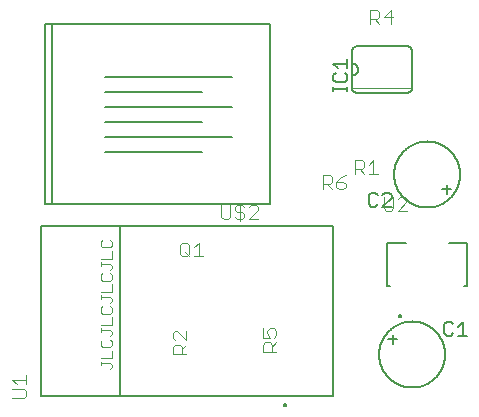
<source format=gto>
G75*
%MOIN*%
%OFA0B0*%
%FSLAX25Y25*%
%IPPOS*%
%LPD*%
%AMOC8*
5,1,8,0,0,1.08239X$1,22.5*
%
%ADD10C,0.00300*%
%ADD11C,0.00600*%
%ADD12C,0.00500*%
%ADD13C,0.00200*%
%ADD14C,0.00400*%
%ADD15C,0.00787*%
D10*
X0032357Y0014904D02*
X0032357Y0016138D01*
X0032357Y0015521D02*
X0035443Y0015521D01*
X0036060Y0014904D01*
X0036060Y0014287D01*
X0035443Y0013670D01*
X0036060Y0017353D02*
X0032357Y0017353D01*
X0036060Y0017353D02*
X0036060Y0019822D01*
X0035443Y0021036D02*
X0032974Y0021036D01*
X0032357Y0021653D01*
X0032357Y0022888D01*
X0032974Y0023505D01*
X0035443Y0023505D02*
X0036060Y0022888D01*
X0036060Y0021653D01*
X0035443Y0021036D01*
X0035443Y0024719D02*
X0036060Y0025336D01*
X0036060Y0025954D01*
X0035443Y0026571D01*
X0032357Y0026571D01*
X0032357Y0025954D02*
X0032357Y0027188D01*
X0032357Y0028402D02*
X0036060Y0028402D01*
X0036060Y0030871D01*
X0035443Y0032085D02*
X0032974Y0032085D01*
X0032357Y0032703D01*
X0032357Y0033937D01*
X0032974Y0034554D01*
X0035443Y0034554D02*
X0036060Y0033937D01*
X0036060Y0032703D01*
X0035443Y0032085D01*
X0035443Y0035769D02*
X0036060Y0036386D01*
X0036060Y0037003D01*
X0035443Y0037620D01*
X0032357Y0037620D01*
X0032357Y0037003D02*
X0032357Y0038237D01*
X0032357Y0039452D02*
X0036060Y0039452D01*
X0036060Y0041920D01*
X0035443Y0043135D02*
X0032974Y0043135D01*
X0032357Y0043752D01*
X0032357Y0044986D01*
X0032974Y0045604D01*
X0035443Y0045604D02*
X0036060Y0044986D01*
X0036060Y0043752D01*
X0035443Y0043135D01*
X0035443Y0046818D02*
X0036060Y0047435D01*
X0036060Y0048052D01*
X0035443Y0048670D01*
X0032357Y0048670D01*
X0032357Y0049287D02*
X0032357Y0048052D01*
X0032357Y0050501D02*
X0036060Y0050501D01*
X0036060Y0052970D01*
X0035443Y0054184D02*
X0036060Y0054801D01*
X0036060Y0056036D01*
X0035443Y0056653D01*
X0032974Y0056653D02*
X0032357Y0056036D01*
X0032357Y0054801D01*
X0032974Y0054184D01*
X0035443Y0054184D01*
D11*
X0116210Y0107320D02*
X0116210Y0111520D01*
X0116210Y0115520D01*
X0116210Y0119720D01*
X0116212Y0119796D01*
X0116218Y0119872D01*
X0116227Y0119947D01*
X0116241Y0120022D01*
X0116258Y0120096D01*
X0116279Y0120169D01*
X0116303Y0120241D01*
X0116332Y0120312D01*
X0116363Y0120381D01*
X0116398Y0120448D01*
X0116437Y0120513D01*
X0116479Y0120577D01*
X0116524Y0120638D01*
X0116572Y0120697D01*
X0116623Y0120753D01*
X0116677Y0120807D01*
X0116733Y0120858D01*
X0116792Y0120906D01*
X0116853Y0120951D01*
X0116917Y0120993D01*
X0116982Y0121032D01*
X0117049Y0121067D01*
X0117118Y0121098D01*
X0117189Y0121127D01*
X0117261Y0121151D01*
X0117334Y0121172D01*
X0117408Y0121189D01*
X0117483Y0121203D01*
X0117558Y0121212D01*
X0117634Y0121218D01*
X0117710Y0121220D01*
X0134710Y0121220D01*
X0134786Y0121218D01*
X0134862Y0121212D01*
X0134937Y0121203D01*
X0135012Y0121189D01*
X0135086Y0121172D01*
X0135159Y0121151D01*
X0135231Y0121127D01*
X0135302Y0121098D01*
X0135371Y0121067D01*
X0135438Y0121032D01*
X0135503Y0120993D01*
X0135567Y0120951D01*
X0135628Y0120906D01*
X0135687Y0120858D01*
X0135743Y0120807D01*
X0135797Y0120753D01*
X0135848Y0120697D01*
X0135896Y0120638D01*
X0135941Y0120577D01*
X0135983Y0120513D01*
X0136022Y0120448D01*
X0136057Y0120381D01*
X0136088Y0120312D01*
X0136117Y0120241D01*
X0136141Y0120169D01*
X0136162Y0120096D01*
X0136179Y0120022D01*
X0136193Y0119947D01*
X0136202Y0119872D01*
X0136208Y0119796D01*
X0136210Y0119720D01*
X0136210Y0107320D01*
X0136208Y0107244D01*
X0136202Y0107168D01*
X0136193Y0107093D01*
X0136179Y0107018D01*
X0136162Y0106944D01*
X0136141Y0106871D01*
X0136117Y0106799D01*
X0136088Y0106728D01*
X0136057Y0106659D01*
X0136022Y0106592D01*
X0135983Y0106527D01*
X0135941Y0106463D01*
X0135896Y0106402D01*
X0135848Y0106343D01*
X0135797Y0106287D01*
X0135743Y0106233D01*
X0135687Y0106182D01*
X0135628Y0106134D01*
X0135567Y0106089D01*
X0135503Y0106047D01*
X0135438Y0106008D01*
X0135371Y0105973D01*
X0135302Y0105942D01*
X0135231Y0105913D01*
X0135159Y0105889D01*
X0135086Y0105868D01*
X0135012Y0105851D01*
X0134937Y0105837D01*
X0134862Y0105828D01*
X0134786Y0105822D01*
X0134710Y0105820D01*
X0117710Y0105820D01*
X0117634Y0105822D01*
X0117558Y0105828D01*
X0117483Y0105837D01*
X0117408Y0105851D01*
X0117334Y0105868D01*
X0117261Y0105889D01*
X0117189Y0105913D01*
X0117118Y0105942D01*
X0117049Y0105973D01*
X0116982Y0106008D01*
X0116917Y0106047D01*
X0116853Y0106089D01*
X0116792Y0106134D01*
X0116733Y0106182D01*
X0116677Y0106233D01*
X0116623Y0106287D01*
X0116572Y0106343D01*
X0116524Y0106402D01*
X0116479Y0106463D01*
X0116437Y0106527D01*
X0116398Y0106592D01*
X0116363Y0106659D01*
X0116332Y0106728D01*
X0116303Y0106799D01*
X0116279Y0106871D01*
X0116258Y0106944D01*
X0116241Y0107018D01*
X0116227Y0107093D01*
X0116218Y0107168D01*
X0116212Y0107244D01*
X0116210Y0107320D01*
X0116210Y0111520D02*
X0116298Y0111522D01*
X0116387Y0111528D01*
X0116475Y0111538D01*
X0116562Y0111551D01*
X0116649Y0111569D01*
X0116735Y0111590D01*
X0116820Y0111615D01*
X0116903Y0111644D01*
X0116986Y0111677D01*
X0117066Y0111713D01*
X0117145Y0111752D01*
X0117223Y0111795D01*
X0117298Y0111842D01*
X0117371Y0111892D01*
X0117442Y0111945D01*
X0117511Y0112001D01*
X0117577Y0112060D01*
X0117640Y0112122D01*
X0117700Y0112186D01*
X0117758Y0112253D01*
X0117812Y0112323D01*
X0117864Y0112395D01*
X0117912Y0112469D01*
X0117957Y0112546D01*
X0117998Y0112624D01*
X0118036Y0112704D01*
X0118070Y0112785D01*
X0118101Y0112868D01*
X0118128Y0112953D01*
X0118151Y0113038D01*
X0118170Y0113124D01*
X0118186Y0113212D01*
X0118198Y0113299D01*
X0118206Y0113387D01*
X0118210Y0113476D01*
X0118210Y0113564D01*
X0118206Y0113653D01*
X0118198Y0113741D01*
X0118186Y0113828D01*
X0118170Y0113916D01*
X0118151Y0114002D01*
X0118128Y0114087D01*
X0118101Y0114172D01*
X0118070Y0114255D01*
X0118036Y0114336D01*
X0117998Y0114416D01*
X0117957Y0114494D01*
X0117912Y0114571D01*
X0117864Y0114645D01*
X0117812Y0114717D01*
X0117758Y0114787D01*
X0117700Y0114854D01*
X0117640Y0114918D01*
X0117577Y0114980D01*
X0117511Y0115039D01*
X0117442Y0115095D01*
X0117371Y0115148D01*
X0117298Y0115198D01*
X0117223Y0115245D01*
X0117145Y0115288D01*
X0117066Y0115327D01*
X0116986Y0115363D01*
X0116903Y0115396D01*
X0116820Y0115425D01*
X0116735Y0115450D01*
X0116649Y0115471D01*
X0116562Y0115489D01*
X0116475Y0115502D01*
X0116387Y0115512D01*
X0116298Y0115518D01*
X0116210Y0115520D01*
X0130210Y0078520D02*
X0130213Y0078790D01*
X0130223Y0079060D01*
X0130240Y0079329D01*
X0130263Y0079598D01*
X0130293Y0079867D01*
X0130329Y0080134D01*
X0130372Y0080401D01*
X0130421Y0080666D01*
X0130477Y0080930D01*
X0130540Y0081193D01*
X0130608Y0081454D01*
X0130684Y0081713D01*
X0130765Y0081970D01*
X0130853Y0082226D01*
X0130947Y0082479D01*
X0131047Y0082730D01*
X0131154Y0082978D01*
X0131266Y0083223D01*
X0131385Y0083466D01*
X0131509Y0083705D01*
X0131639Y0083942D01*
X0131775Y0084175D01*
X0131917Y0084405D01*
X0132064Y0084631D01*
X0132217Y0084854D01*
X0132375Y0085073D01*
X0132538Y0085288D01*
X0132707Y0085498D01*
X0132881Y0085705D01*
X0133060Y0085907D01*
X0133243Y0086105D01*
X0133432Y0086298D01*
X0133625Y0086487D01*
X0133823Y0086670D01*
X0134025Y0086849D01*
X0134232Y0087023D01*
X0134442Y0087192D01*
X0134657Y0087355D01*
X0134876Y0087513D01*
X0135099Y0087666D01*
X0135325Y0087813D01*
X0135555Y0087955D01*
X0135788Y0088091D01*
X0136025Y0088221D01*
X0136264Y0088345D01*
X0136507Y0088464D01*
X0136752Y0088576D01*
X0137000Y0088683D01*
X0137251Y0088783D01*
X0137504Y0088877D01*
X0137760Y0088965D01*
X0138017Y0089046D01*
X0138276Y0089122D01*
X0138537Y0089190D01*
X0138800Y0089253D01*
X0139064Y0089309D01*
X0139329Y0089358D01*
X0139596Y0089401D01*
X0139863Y0089437D01*
X0140132Y0089467D01*
X0140401Y0089490D01*
X0140670Y0089507D01*
X0140940Y0089517D01*
X0141210Y0089520D01*
X0141480Y0089517D01*
X0141750Y0089507D01*
X0142019Y0089490D01*
X0142288Y0089467D01*
X0142557Y0089437D01*
X0142824Y0089401D01*
X0143091Y0089358D01*
X0143356Y0089309D01*
X0143620Y0089253D01*
X0143883Y0089190D01*
X0144144Y0089122D01*
X0144403Y0089046D01*
X0144660Y0088965D01*
X0144916Y0088877D01*
X0145169Y0088783D01*
X0145420Y0088683D01*
X0145668Y0088576D01*
X0145913Y0088464D01*
X0146156Y0088345D01*
X0146395Y0088221D01*
X0146632Y0088091D01*
X0146865Y0087955D01*
X0147095Y0087813D01*
X0147321Y0087666D01*
X0147544Y0087513D01*
X0147763Y0087355D01*
X0147978Y0087192D01*
X0148188Y0087023D01*
X0148395Y0086849D01*
X0148597Y0086670D01*
X0148795Y0086487D01*
X0148988Y0086298D01*
X0149177Y0086105D01*
X0149360Y0085907D01*
X0149539Y0085705D01*
X0149713Y0085498D01*
X0149882Y0085288D01*
X0150045Y0085073D01*
X0150203Y0084854D01*
X0150356Y0084631D01*
X0150503Y0084405D01*
X0150645Y0084175D01*
X0150781Y0083942D01*
X0150911Y0083705D01*
X0151035Y0083466D01*
X0151154Y0083223D01*
X0151266Y0082978D01*
X0151373Y0082730D01*
X0151473Y0082479D01*
X0151567Y0082226D01*
X0151655Y0081970D01*
X0151736Y0081713D01*
X0151812Y0081454D01*
X0151880Y0081193D01*
X0151943Y0080930D01*
X0151999Y0080666D01*
X0152048Y0080401D01*
X0152091Y0080134D01*
X0152127Y0079867D01*
X0152157Y0079598D01*
X0152180Y0079329D01*
X0152197Y0079060D01*
X0152207Y0078790D01*
X0152210Y0078520D01*
X0152207Y0078250D01*
X0152197Y0077980D01*
X0152180Y0077711D01*
X0152157Y0077442D01*
X0152127Y0077173D01*
X0152091Y0076906D01*
X0152048Y0076639D01*
X0151999Y0076374D01*
X0151943Y0076110D01*
X0151880Y0075847D01*
X0151812Y0075586D01*
X0151736Y0075327D01*
X0151655Y0075070D01*
X0151567Y0074814D01*
X0151473Y0074561D01*
X0151373Y0074310D01*
X0151266Y0074062D01*
X0151154Y0073817D01*
X0151035Y0073574D01*
X0150911Y0073335D01*
X0150781Y0073098D01*
X0150645Y0072865D01*
X0150503Y0072635D01*
X0150356Y0072409D01*
X0150203Y0072186D01*
X0150045Y0071967D01*
X0149882Y0071752D01*
X0149713Y0071542D01*
X0149539Y0071335D01*
X0149360Y0071133D01*
X0149177Y0070935D01*
X0148988Y0070742D01*
X0148795Y0070553D01*
X0148597Y0070370D01*
X0148395Y0070191D01*
X0148188Y0070017D01*
X0147978Y0069848D01*
X0147763Y0069685D01*
X0147544Y0069527D01*
X0147321Y0069374D01*
X0147095Y0069227D01*
X0146865Y0069085D01*
X0146632Y0068949D01*
X0146395Y0068819D01*
X0146156Y0068695D01*
X0145913Y0068576D01*
X0145668Y0068464D01*
X0145420Y0068357D01*
X0145169Y0068257D01*
X0144916Y0068163D01*
X0144660Y0068075D01*
X0144403Y0067994D01*
X0144144Y0067918D01*
X0143883Y0067850D01*
X0143620Y0067787D01*
X0143356Y0067731D01*
X0143091Y0067682D01*
X0142824Y0067639D01*
X0142557Y0067603D01*
X0142288Y0067573D01*
X0142019Y0067550D01*
X0141750Y0067533D01*
X0141480Y0067523D01*
X0141210Y0067520D01*
X0140940Y0067523D01*
X0140670Y0067533D01*
X0140401Y0067550D01*
X0140132Y0067573D01*
X0139863Y0067603D01*
X0139596Y0067639D01*
X0139329Y0067682D01*
X0139064Y0067731D01*
X0138800Y0067787D01*
X0138537Y0067850D01*
X0138276Y0067918D01*
X0138017Y0067994D01*
X0137760Y0068075D01*
X0137504Y0068163D01*
X0137251Y0068257D01*
X0137000Y0068357D01*
X0136752Y0068464D01*
X0136507Y0068576D01*
X0136264Y0068695D01*
X0136025Y0068819D01*
X0135788Y0068949D01*
X0135555Y0069085D01*
X0135325Y0069227D01*
X0135099Y0069374D01*
X0134876Y0069527D01*
X0134657Y0069685D01*
X0134442Y0069848D01*
X0134232Y0070017D01*
X0134025Y0070191D01*
X0133823Y0070370D01*
X0133625Y0070553D01*
X0133432Y0070742D01*
X0133243Y0070935D01*
X0133060Y0071133D01*
X0132881Y0071335D01*
X0132707Y0071542D01*
X0132538Y0071752D01*
X0132375Y0071967D01*
X0132217Y0072186D01*
X0132064Y0072409D01*
X0131917Y0072635D01*
X0131775Y0072865D01*
X0131639Y0073098D01*
X0131509Y0073335D01*
X0131385Y0073574D01*
X0131266Y0073817D01*
X0131154Y0074062D01*
X0131047Y0074310D01*
X0130947Y0074561D01*
X0130853Y0074814D01*
X0130765Y0075070D01*
X0130684Y0075327D01*
X0130608Y0075586D01*
X0130540Y0075847D01*
X0130477Y0076110D01*
X0130421Y0076374D01*
X0130372Y0076639D01*
X0130329Y0076906D01*
X0130293Y0077173D01*
X0130263Y0077442D01*
X0130240Y0077711D01*
X0130223Y0077980D01*
X0130213Y0078250D01*
X0130210Y0078520D01*
X0146210Y0073520D02*
X0147710Y0073520D01*
X0147710Y0072020D01*
X0147710Y0073520D02*
X0147710Y0075020D01*
X0147710Y0073520D02*
X0149210Y0073520D01*
X0129710Y0025020D02*
X0129710Y0023520D01*
X0131210Y0023520D01*
X0129710Y0023520D02*
X0129710Y0022020D01*
X0129710Y0023520D02*
X0128210Y0023520D01*
X0125210Y0018520D02*
X0125213Y0018790D01*
X0125223Y0019060D01*
X0125240Y0019329D01*
X0125263Y0019598D01*
X0125293Y0019867D01*
X0125329Y0020134D01*
X0125372Y0020401D01*
X0125421Y0020666D01*
X0125477Y0020930D01*
X0125540Y0021193D01*
X0125608Y0021454D01*
X0125684Y0021713D01*
X0125765Y0021970D01*
X0125853Y0022226D01*
X0125947Y0022479D01*
X0126047Y0022730D01*
X0126154Y0022978D01*
X0126266Y0023223D01*
X0126385Y0023466D01*
X0126509Y0023705D01*
X0126639Y0023942D01*
X0126775Y0024175D01*
X0126917Y0024405D01*
X0127064Y0024631D01*
X0127217Y0024854D01*
X0127375Y0025073D01*
X0127538Y0025288D01*
X0127707Y0025498D01*
X0127881Y0025705D01*
X0128060Y0025907D01*
X0128243Y0026105D01*
X0128432Y0026298D01*
X0128625Y0026487D01*
X0128823Y0026670D01*
X0129025Y0026849D01*
X0129232Y0027023D01*
X0129442Y0027192D01*
X0129657Y0027355D01*
X0129876Y0027513D01*
X0130099Y0027666D01*
X0130325Y0027813D01*
X0130555Y0027955D01*
X0130788Y0028091D01*
X0131025Y0028221D01*
X0131264Y0028345D01*
X0131507Y0028464D01*
X0131752Y0028576D01*
X0132000Y0028683D01*
X0132251Y0028783D01*
X0132504Y0028877D01*
X0132760Y0028965D01*
X0133017Y0029046D01*
X0133276Y0029122D01*
X0133537Y0029190D01*
X0133800Y0029253D01*
X0134064Y0029309D01*
X0134329Y0029358D01*
X0134596Y0029401D01*
X0134863Y0029437D01*
X0135132Y0029467D01*
X0135401Y0029490D01*
X0135670Y0029507D01*
X0135940Y0029517D01*
X0136210Y0029520D01*
X0136480Y0029517D01*
X0136750Y0029507D01*
X0137019Y0029490D01*
X0137288Y0029467D01*
X0137557Y0029437D01*
X0137824Y0029401D01*
X0138091Y0029358D01*
X0138356Y0029309D01*
X0138620Y0029253D01*
X0138883Y0029190D01*
X0139144Y0029122D01*
X0139403Y0029046D01*
X0139660Y0028965D01*
X0139916Y0028877D01*
X0140169Y0028783D01*
X0140420Y0028683D01*
X0140668Y0028576D01*
X0140913Y0028464D01*
X0141156Y0028345D01*
X0141395Y0028221D01*
X0141632Y0028091D01*
X0141865Y0027955D01*
X0142095Y0027813D01*
X0142321Y0027666D01*
X0142544Y0027513D01*
X0142763Y0027355D01*
X0142978Y0027192D01*
X0143188Y0027023D01*
X0143395Y0026849D01*
X0143597Y0026670D01*
X0143795Y0026487D01*
X0143988Y0026298D01*
X0144177Y0026105D01*
X0144360Y0025907D01*
X0144539Y0025705D01*
X0144713Y0025498D01*
X0144882Y0025288D01*
X0145045Y0025073D01*
X0145203Y0024854D01*
X0145356Y0024631D01*
X0145503Y0024405D01*
X0145645Y0024175D01*
X0145781Y0023942D01*
X0145911Y0023705D01*
X0146035Y0023466D01*
X0146154Y0023223D01*
X0146266Y0022978D01*
X0146373Y0022730D01*
X0146473Y0022479D01*
X0146567Y0022226D01*
X0146655Y0021970D01*
X0146736Y0021713D01*
X0146812Y0021454D01*
X0146880Y0021193D01*
X0146943Y0020930D01*
X0146999Y0020666D01*
X0147048Y0020401D01*
X0147091Y0020134D01*
X0147127Y0019867D01*
X0147157Y0019598D01*
X0147180Y0019329D01*
X0147197Y0019060D01*
X0147207Y0018790D01*
X0147210Y0018520D01*
X0147207Y0018250D01*
X0147197Y0017980D01*
X0147180Y0017711D01*
X0147157Y0017442D01*
X0147127Y0017173D01*
X0147091Y0016906D01*
X0147048Y0016639D01*
X0146999Y0016374D01*
X0146943Y0016110D01*
X0146880Y0015847D01*
X0146812Y0015586D01*
X0146736Y0015327D01*
X0146655Y0015070D01*
X0146567Y0014814D01*
X0146473Y0014561D01*
X0146373Y0014310D01*
X0146266Y0014062D01*
X0146154Y0013817D01*
X0146035Y0013574D01*
X0145911Y0013335D01*
X0145781Y0013098D01*
X0145645Y0012865D01*
X0145503Y0012635D01*
X0145356Y0012409D01*
X0145203Y0012186D01*
X0145045Y0011967D01*
X0144882Y0011752D01*
X0144713Y0011542D01*
X0144539Y0011335D01*
X0144360Y0011133D01*
X0144177Y0010935D01*
X0143988Y0010742D01*
X0143795Y0010553D01*
X0143597Y0010370D01*
X0143395Y0010191D01*
X0143188Y0010017D01*
X0142978Y0009848D01*
X0142763Y0009685D01*
X0142544Y0009527D01*
X0142321Y0009374D01*
X0142095Y0009227D01*
X0141865Y0009085D01*
X0141632Y0008949D01*
X0141395Y0008819D01*
X0141156Y0008695D01*
X0140913Y0008576D01*
X0140668Y0008464D01*
X0140420Y0008357D01*
X0140169Y0008257D01*
X0139916Y0008163D01*
X0139660Y0008075D01*
X0139403Y0007994D01*
X0139144Y0007918D01*
X0138883Y0007850D01*
X0138620Y0007787D01*
X0138356Y0007731D01*
X0138091Y0007682D01*
X0137824Y0007639D01*
X0137557Y0007603D01*
X0137288Y0007573D01*
X0137019Y0007550D01*
X0136750Y0007533D01*
X0136480Y0007523D01*
X0136210Y0007520D01*
X0135940Y0007523D01*
X0135670Y0007533D01*
X0135401Y0007550D01*
X0135132Y0007573D01*
X0134863Y0007603D01*
X0134596Y0007639D01*
X0134329Y0007682D01*
X0134064Y0007731D01*
X0133800Y0007787D01*
X0133537Y0007850D01*
X0133276Y0007918D01*
X0133017Y0007994D01*
X0132760Y0008075D01*
X0132504Y0008163D01*
X0132251Y0008257D01*
X0132000Y0008357D01*
X0131752Y0008464D01*
X0131507Y0008576D01*
X0131264Y0008695D01*
X0131025Y0008819D01*
X0130788Y0008949D01*
X0130555Y0009085D01*
X0130325Y0009227D01*
X0130099Y0009374D01*
X0129876Y0009527D01*
X0129657Y0009685D01*
X0129442Y0009848D01*
X0129232Y0010017D01*
X0129025Y0010191D01*
X0128823Y0010370D01*
X0128625Y0010553D01*
X0128432Y0010742D01*
X0128243Y0010935D01*
X0128060Y0011133D01*
X0127881Y0011335D01*
X0127707Y0011542D01*
X0127538Y0011752D01*
X0127375Y0011967D01*
X0127217Y0012186D01*
X0127064Y0012409D01*
X0126917Y0012635D01*
X0126775Y0012865D01*
X0126639Y0013098D01*
X0126509Y0013335D01*
X0126385Y0013574D01*
X0126266Y0013817D01*
X0126154Y0014062D01*
X0126047Y0014310D01*
X0125947Y0014561D01*
X0125853Y0014814D01*
X0125765Y0015070D01*
X0125684Y0015327D01*
X0125608Y0015586D01*
X0125540Y0015847D01*
X0125477Y0016110D01*
X0125421Y0016374D01*
X0125372Y0016639D01*
X0125329Y0016906D01*
X0125293Y0017173D01*
X0125263Y0017442D01*
X0125240Y0017711D01*
X0125223Y0017980D01*
X0125213Y0018250D01*
X0125210Y0018520D01*
D12*
X0109832Y0004740D02*
X0109832Y0061433D01*
X0038966Y0061433D01*
X0038966Y0004740D01*
X0012588Y0004740D01*
X0012588Y0061433D01*
X0038966Y0061433D01*
X0016210Y0068520D02*
X0016210Y0128520D01*
X0088710Y0128520D01*
X0088710Y0068520D01*
X0016210Y0068520D01*
X0013710Y0068520D01*
X0013710Y0128520D01*
X0016210Y0128520D01*
X0033710Y0111020D02*
X0076210Y0111020D01*
X0066210Y0106020D02*
X0033710Y0106020D01*
X0033710Y0101020D02*
X0076210Y0101020D01*
X0076210Y0091020D02*
X0033710Y0091020D01*
X0033710Y0096020D02*
X0066210Y0096020D01*
X0066210Y0086020D02*
X0033710Y0086020D01*
X0109956Y0106270D02*
X0109956Y0107771D01*
X0109956Y0107020D02*
X0114460Y0107020D01*
X0114460Y0106270D02*
X0114460Y0107771D01*
X0113709Y0109339D02*
X0114460Y0110090D01*
X0114460Y0111591D01*
X0113709Y0112342D01*
X0114460Y0113943D02*
X0114460Y0116945D01*
X0114460Y0115444D02*
X0109956Y0115444D01*
X0111457Y0113943D01*
X0110707Y0112342D02*
X0109956Y0111591D01*
X0109956Y0110090D01*
X0110707Y0109339D01*
X0113709Y0109339D01*
X0122503Y0072274D02*
X0121752Y0071523D01*
X0121752Y0068520D01*
X0122503Y0067770D01*
X0124004Y0067770D01*
X0124755Y0068520D01*
X0126356Y0067770D02*
X0129359Y0070772D01*
X0129359Y0071523D01*
X0128608Y0072274D01*
X0127107Y0072274D01*
X0126356Y0071523D01*
X0124755Y0071523D02*
X0124004Y0072274D01*
X0122503Y0072274D01*
X0126356Y0067770D02*
X0129359Y0067770D01*
X0127982Y0055843D02*
X0134281Y0055843D01*
X0127982Y0055843D02*
X0127982Y0041197D01*
X0129005Y0041197D01*
X0146960Y0028523D02*
X0146960Y0025520D01*
X0147711Y0024770D01*
X0149212Y0024770D01*
X0149963Y0025520D01*
X0151564Y0024770D02*
X0154566Y0024770D01*
X0153065Y0024770D02*
X0153065Y0029274D01*
X0151564Y0027772D01*
X0149963Y0028523D02*
X0149212Y0029274D01*
X0147711Y0029274D01*
X0146960Y0028523D01*
X0153454Y0041197D02*
X0154438Y0041197D01*
X0154438Y0055843D01*
X0148572Y0055843D01*
X0109832Y0004740D02*
X0038966Y0004740D01*
D13*
X0116210Y0107220D02*
X0136210Y0107220D01*
D14*
X0006699Y0003956D02*
X0002863Y0003956D01*
X0002863Y0007025D02*
X0006699Y0007025D01*
X0007467Y0006258D01*
X0007467Y0004723D01*
X0006699Y0003956D01*
X0007467Y0008560D02*
X0007467Y0011629D01*
X0007467Y0010094D02*
X0002863Y0010094D01*
X0004397Y0008560D01*
X0056406Y0018720D02*
X0056406Y0021022D01*
X0057173Y0021789D01*
X0058708Y0021789D01*
X0059475Y0021022D01*
X0059475Y0018720D01*
X0059475Y0020254D02*
X0061010Y0021789D01*
X0061010Y0023324D02*
X0057941Y0026393D01*
X0057173Y0026393D01*
X0056406Y0025626D01*
X0056406Y0024091D01*
X0057173Y0023324D01*
X0061010Y0023324D02*
X0061010Y0026393D01*
X0061010Y0018720D02*
X0056406Y0018720D01*
X0086406Y0019512D02*
X0086406Y0021814D01*
X0087173Y0022581D01*
X0088708Y0022581D01*
X0089475Y0021814D01*
X0089475Y0019512D01*
X0089475Y0021046D02*
X0091010Y0022581D01*
X0090243Y0024116D02*
X0091010Y0024883D01*
X0091010Y0026418D01*
X0090243Y0027185D01*
X0088708Y0027185D01*
X0087941Y0026418D01*
X0087941Y0025650D01*
X0088708Y0024116D01*
X0086406Y0024116D01*
X0086406Y0027185D01*
X0086406Y0019512D02*
X0091010Y0019512D01*
X0066583Y0051220D02*
X0063514Y0051220D01*
X0065049Y0051220D02*
X0065049Y0055824D01*
X0063514Y0054289D01*
X0061979Y0055056D02*
X0061979Y0051987D01*
X0061212Y0051220D01*
X0059677Y0051220D01*
X0058910Y0051987D01*
X0058910Y0055056D01*
X0059677Y0055824D01*
X0061212Y0055824D01*
X0061979Y0055056D01*
X0060445Y0052754D02*
X0061979Y0051220D01*
X0073365Y0063720D02*
X0074900Y0063720D01*
X0075667Y0064487D01*
X0075667Y0068324D01*
X0077202Y0067556D02*
X0077202Y0066789D01*
X0077969Y0066022D01*
X0079504Y0066022D01*
X0080271Y0065254D01*
X0080271Y0064487D01*
X0079504Y0063720D01*
X0077969Y0063720D01*
X0077202Y0064487D01*
X0078737Y0062952D02*
X0078737Y0069091D01*
X0079504Y0068324D02*
X0077969Y0068324D01*
X0077202Y0067556D01*
X0079504Y0068324D02*
X0080271Y0067556D01*
X0081806Y0067556D02*
X0082573Y0068324D01*
X0084108Y0068324D01*
X0084875Y0067556D01*
X0084875Y0066789D01*
X0081806Y0063720D01*
X0084875Y0063720D01*
X0073365Y0063720D02*
X0072598Y0064487D01*
X0072598Y0068324D01*
X0106410Y0073720D02*
X0106410Y0078324D01*
X0108712Y0078324D01*
X0109479Y0077556D01*
X0109479Y0076022D01*
X0108712Y0075254D01*
X0106410Y0075254D01*
X0107945Y0075254D02*
X0109479Y0073720D01*
X0111014Y0074487D02*
X0111014Y0076022D01*
X0113316Y0076022D01*
X0114083Y0075254D01*
X0114083Y0074487D01*
X0113316Y0073720D01*
X0111781Y0073720D01*
X0111014Y0074487D01*
X0111014Y0076022D02*
X0112549Y0077556D01*
X0114083Y0078324D01*
X0117202Y0078720D02*
X0117202Y0083324D01*
X0119504Y0083324D01*
X0120271Y0082556D01*
X0120271Y0081022D01*
X0119504Y0080254D01*
X0117202Y0080254D01*
X0118737Y0080254D02*
X0120271Y0078720D01*
X0121806Y0078720D02*
X0124875Y0078720D01*
X0123341Y0078720D02*
X0123341Y0083324D01*
X0121806Y0081789D01*
X0126857Y0071080D02*
X0126857Y0067236D01*
X0127625Y0066468D01*
X0129163Y0066468D01*
X0129932Y0067236D01*
X0129932Y0071080D01*
X0131469Y0070312D02*
X0132238Y0071080D01*
X0133775Y0071080D01*
X0134544Y0070312D01*
X0134544Y0069543D01*
X0131469Y0066468D01*
X0134544Y0066468D01*
X0129108Y0128720D02*
X0129108Y0133324D01*
X0126806Y0131022D01*
X0129875Y0131022D01*
X0125271Y0131022D02*
X0124504Y0130254D01*
X0122202Y0130254D01*
X0122202Y0128720D02*
X0122202Y0133324D01*
X0124504Y0133324D01*
X0125271Y0132556D01*
X0125271Y0131022D01*
X0123737Y0130254D02*
X0125271Y0128720D01*
D15*
X0131800Y0031303D02*
X0131802Y0031342D01*
X0131808Y0031381D01*
X0131818Y0031419D01*
X0131831Y0031456D01*
X0131848Y0031491D01*
X0131868Y0031525D01*
X0131892Y0031556D01*
X0131919Y0031585D01*
X0131948Y0031611D01*
X0131980Y0031634D01*
X0132014Y0031654D01*
X0132050Y0031670D01*
X0132087Y0031682D01*
X0132126Y0031691D01*
X0132165Y0031696D01*
X0132204Y0031697D01*
X0132243Y0031694D01*
X0132282Y0031687D01*
X0132319Y0031676D01*
X0132356Y0031662D01*
X0132391Y0031644D01*
X0132424Y0031623D01*
X0132455Y0031598D01*
X0132483Y0031571D01*
X0132508Y0031541D01*
X0132530Y0031508D01*
X0132549Y0031474D01*
X0132564Y0031438D01*
X0132576Y0031400D01*
X0132584Y0031362D01*
X0132588Y0031323D01*
X0132588Y0031283D01*
X0132584Y0031244D01*
X0132576Y0031206D01*
X0132564Y0031168D01*
X0132549Y0031132D01*
X0132530Y0031098D01*
X0132508Y0031065D01*
X0132483Y0031035D01*
X0132455Y0031008D01*
X0132424Y0030983D01*
X0132391Y0030962D01*
X0132356Y0030944D01*
X0132319Y0030930D01*
X0132282Y0030919D01*
X0132243Y0030912D01*
X0132204Y0030909D01*
X0132165Y0030910D01*
X0132126Y0030915D01*
X0132087Y0030924D01*
X0132050Y0030936D01*
X0132014Y0030952D01*
X0131980Y0030972D01*
X0131948Y0030995D01*
X0131919Y0031021D01*
X0131892Y0031050D01*
X0131868Y0031081D01*
X0131848Y0031115D01*
X0131831Y0031150D01*
X0131818Y0031187D01*
X0131808Y0031225D01*
X0131802Y0031264D01*
X0131800Y0031303D01*
X0093533Y0001787D02*
X0093535Y0001826D01*
X0093541Y0001865D01*
X0093551Y0001903D01*
X0093564Y0001940D01*
X0093581Y0001975D01*
X0093601Y0002009D01*
X0093625Y0002040D01*
X0093652Y0002069D01*
X0093681Y0002095D01*
X0093713Y0002118D01*
X0093747Y0002138D01*
X0093783Y0002154D01*
X0093820Y0002166D01*
X0093859Y0002175D01*
X0093898Y0002180D01*
X0093937Y0002181D01*
X0093976Y0002178D01*
X0094015Y0002171D01*
X0094052Y0002160D01*
X0094089Y0002146D01*
X0094124Y0002128D01*
X0094157Y0002107D01*
X0094188Y0002082D01*
X0094216Y0002055D01*
X0094241Y0002025D01*
X0094263Y0001992D01*
X0094282Y0001958D01*
X0094297Y0001922D01*
X0094309Y0001884D01*
X0094317Y0001846D01*
X0094321Y0001807D01*
X0094321Y0001767D01*
X0094317Y0001728D01*
X0094309Y0001690D01*
X0094297Y0001652D01*
X0094282Y0001616D01*
X0094263Y0001582D01*
X0094241Y0001549D01*
X0094216Y0001519D01*
X0094188Y0001492D01*
X0094157Y0001467D01*
X0094124Y0001446D01*
X0094089Y0001428D01*
X0094052Y0001414D01*
X0094015Y0001403D01*
X0093976Y0001396D01*
X0093937Y0001393D01*
X0093898Y0001394D01*
X0093859Y0001399D01*
X0093820Y0001408D01*
X0093783Y0001420D01*
X0093747Y0001436D01*
X0093713Y0001456D01*
X0093681Y0001479D01*
X0093652Y0001505D01*
X0093625Y0001534D01*
X0093601Y0001565D01*
X0093581Y0001599D01*
X0093564Y0001634D01*
X0093551Y0001671D01*
X0093541Y0001709D01*
X0093535Y0001748D01*
X0093533Y0001787D01*
M02*

</source>
